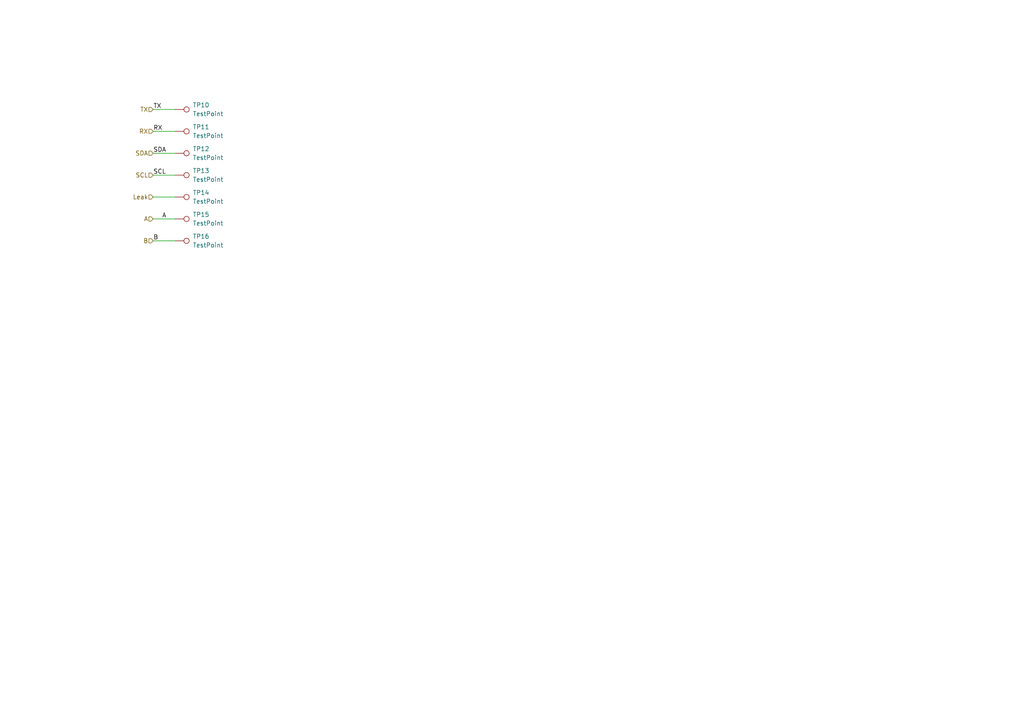
<source format=kicad_sch>
(kicad_sch (version 20231120) (generator "eeschema") (generator_version "8.0")
  (paper "A4")
  (lib_symbols
    (symbol "Connector:TestPoint" (pin_numbers hide) (pin_names (offset 0.762) hide)
      (property "Reference" "TP" (at 0 6.858 0))
      (property "Value" "TestPoint" (at 0 5.08 0))
      (symbol "TestPoint_0_1"
        (circle (center 0 3.302) (radius 0.762))
      )
      (symbol "TestPoint_1_1"
        (pin passive line (at 0 0 90) (length 2.54) (name "1") (number "1"))
      )
    )
  )
  (wire (pts (xy 44.45 63.5) (xy 50.8 63.5)))
  (wire (pts (xy 44.45 57.15) (xy 50.8 57.15)))
  (wire (pts (xy 44.45 38.1) (xy 50.8 38.1)))
  (wire (pts (xy 44.45 31.75) (xy 50.8 31.75)))
  (wire (pts (xy 44.45 50.8) (xy 50.8 50.8)))
  (wire (pts (xy 44.45 69.85) (xy 50.8 69.85)))
  (wire (pts (xy 44.45 44.45) (xy 50.8 44.45)))
  (label "SCL" (at 44.45 50.8 0))
  (label "A" (at 46.99 63.5 0))
  (label "SDA" (at 44.45 44.45 0))
  (label "RX" (at 44.45 38.1 0))
  (label "TX" (at 44.45 31.75 0))
  (label "B" (at 44.45 69.85 0))
  (hierarchical_label "A" (shape input) (at 44.45 63.5 180))
  (hierarchical_label "SCL" (shape input) (at 44.45 50.8 180))
  (hierarchical_label "B" (shape input) (at 44.45 69.85 180))
  (hierarchical_label "Leak" (shape input) (at 44.45 57.15 180))
  (hierarchical_label "TX" (shape input) (at 44.45 31.75 180))
  (hierarchical_label "SDA" (shape input) (at 44.45 44.45 180))
  (hierarchical_label "RX" (shape input) (at 44.45 38.1 180))
  (symbol (lib_id "Connector:TestPoint") (at 50.8 69.85 270) (unit 1)
    (property "Reference" "TP16" (at 55.88 68.5799 90) (effects (justify left)))
    (property "Value" "TestPoint" (at 55.88 71.1199 90) (effects (justify left)))
    (property "Footprint" "TestPoint:TestPoint_Pad_2.0x2.0mm" (effects (hide yes)))
    (property "Description" "test point" (effects (hide yes)))
  )
  (symbol (lib_id "Connector:TestPoint") (at 50.8 44.45 270) (unit 1)
    (property "Reference" "TP12" (at 55.88 43.1799 90) (effects (justify left)))
    (property "Value" "TestPoint" (at 55.88 45.7199 90) (effects (justify left)))
    (property "Footprint" "TestPoint:TestPoint_Pad_2.0x2.0mm" (effects (hide yes)))
    (property "Description" "test point" (effects (hide yes)))
  )
  (symbol (lib_id "Connector:TestPoint") (at 50.8 38.1 270) (unit 1)
    (property "Reference" "TP11" (at 55.88 36.8299 90) (effects (justify left)))
    (property "Value" "TestPoint" (at 55.88 39.3699 90) (effects (justify left)))
    (property "Footprint" "TestPoint:TestPoint_Pad_2.0x2.0mm" (effects (hide yes)))
    (property "Description" "test point" (effects (hide yes)))
  )
  (symbol (lib_id "Connector:TestPoint") (at 50.8 50.8 270) (unit 1)
    (property "Reference" "TP13" (at 55.88 49.5299 90) (effects (justify left)))
    (property "Value" "TestPoint" (at 55.88 52.0699 90) (effects (justify left)))
    (property "Footprint" "TestPoint:TestPoint_Pad_2.0x2.0mm" (effects (hide yes)))
    (property "Description" "test point" (effects (hide yes)))
  )
  (symbol (lib_id "Connector:TestPoint") (at 50.8 31.75 270) (unit 1)
    (property "Reference" "TP10" (at 55.88 30.4799 90) (effects (justify left)))
    (property "Value" "TestPoint" (at 55.88 33.0199 90) (effects (justify left)))
    (property "Footprint" "TestPoint:TestPoint_Pad_2.0x2.0mm" (effects (hide yes)))
    (property "Description" "test point" (effects (hide yes)))
  )
  (symbol (lib_id "Connector:TestPoint") (at 50.8 57.15 270) (unit 1)
    (property "Reference" "TP14" (at 55.88 55.8799 90) (effects (justify left)))
    (property "Value" "TestPoint" (at 55.88 58.4199 90) (effects (justify left)))
    (property "Footprint" "TestPoint:TestPoint_Pad_2.0x2.0mm" (effects (hide yes)))
    (property "Description" "test point" (effects (hide yes)))
  )
  (symbol (lib_id "Connector:TestPoint") (at 50.8 63.5 270) (unit 1)
    (property "Reference" "TP15" (at 55.88 62.2299 90) (effects (justify left)))
    (property "Value" "TestPoint" (at 55.88 64.7699 90) (effects (justify left)))
    (property "Footprint" "TestPoint:TestPoint_Pad_2.0x2.0mm" (effects (hide yes)))
    (property "Description" "test point" (effects (hide yes)))
  )
)
</source>
